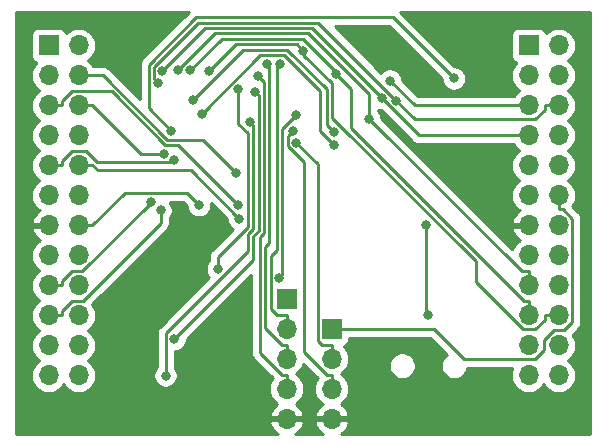
<source format=gbr>
G04 #@! TF.GenerationSoftware,KiCad,Pcbnew,(5.1.0)-1*
G04 #@! TF.CreationDate,2020-09-16T11:17:04+02:00*
G04 #@! TF.ProjectId,Nand Lite,4e616e64-204c-4697-9465-2e6b69636164,rev?*
G04 #@! TF.SameCoordinates,Original*
G04 #@! TF.FileFunction,Copper,L2,Bot*
G04 #@! TF.FilePolarity,Positive*
%FSLAX46Y46*%
G04 Gerber Fmt 4.6, Leading zero omitted, Abs format (unit mm)*
G04 Created by KiCad (PCBNEW (5.1.0)-1) date 2020-09-16 11:17:04*
%MOMM*%
%LPD*%
G04 APERTURE LIST*
%ADD10O,1.700000X1.700000*%
%ADD11R,1.700000X1.700000*%
%ADD12C,0.800000*%
%ADD13C,0.250000*%
%ADD14C,0.254000*%
G04 APERTURE END LIST*
D10*
X39146500Y-81628000D03*
X39146500Y-79088000D03*
X39146500Y-76548000D03*
X39146500Y-74008000D03*
D11*
X39146500Y-71468000D03*
D10*
X62180000Y-77940000D03*
X59640000Y-77940000D03*
X62180000Y-75400000D03*
X59640000Y-75400000D03*
X62180000Y-72860000D03*
X59640000Y-72860000D03*
X62180000Y-70320000D03*
X59640000Y-70320000D03*
X62180000Y-67780000D03*
X59640000Y-67780000D03*
X62180000Y-65240000D03*
X59640000Y-65240000D03*
X62180000Y-62700000D03*
X59640000Y-62700000D03*
X62180000Y-60160000D03*
X59640000Y-60160000D03*
X62180000Y-57620000D03*
X59640000Y-57620000D03*
X62180000Y-55080000D03*
X59640000Y-55080000D03*
X62180000Y-52540000D03*
X59640000Y-52540000D03*
X62180000Y-50000000D03*
D11*
X59640000Y-50000000D03*
D10*
X42961600Y-81633100D03*
X42961600Y-79093100D03*
X42961600Y-76553100D03*
D11*
X42961600Y-74013100D03*
D10*
X21540000Y-77940000D03*
X19000000Y-77940000D03*
X21540000Y-75400000D03*
X19000000Y-75400000D03*
X21540000Y-72860000D03*
X19000000Y-72860000D03*
X21540000Y-70320000D03*
X19000000Y-70320000D03*
X21540000Y-67780000D03*
X19000000Y-67780000D03*
X21540000Y-65240000D03*
X19000000Y-65240000D03*
X21540000Y-62700000D03*
X19000000Y-62700000D03*
X21540000Y-60160000D03*
X19000000Y-60160000D03*
X21540000Y-57620000D03*
X19000000Y-57620000D03*
X21540000Y-55080000D03*
X19000000Y-55080000D03*
X21540000Y-52540000D03*
X19000000Y-52540000D03*
X21540000Y-50000000D03*
D11*
X19000000Y-50000000D03*
D12*
X50976600Y-65171500D03*
X51132700Y-72830800D03*
X28488700Y-63969600D03*
X27677900Y-63242000D03*
X31717800Y-63521600D03*
X35129100Y-64665600D03*
X29648500Y-59741200D03*
X28774500Y-59172900D03*
X35065400Y-63545400D03*
X34903900Y-60811900D03*
X37483900Y-51583600D03*
X38611400Y-51585800D03*
X39663000Y-57241500D03*
X39979100Y-58249500D03*
X32623600Y-52146600D03*
X40572900Y-50498200D03*
X30986300Y-52126500D03*
X43346500Y-52458300D03*
X29965200Y-52121800D03*
X46112700Y-56199300D03*
X47193100Y-54469300D03*
X28641200Y-52172000D03*
X28233500Y-53204600D03*
X48424400Y-54674200D03*
X47901400Y-52992900D03*
X36051000Y-56466700D03*
X28907700Y-77958200D03*
X39990300Y-55888500D03*
X38541600Y-69736300D03*
X36505300Y-53941300D03*
X29644900Y-74865600D03*
X33328500Y-68928700D03*
X35071400Y-53720800D03*
X29365400Y-57250200D03*
X53310000Y-52803200D03*
X31248300Y-54617500D03*
X43135200Y-57326600D03*
X31965800Y-55793300D03*
X43190100Y-58465600D03*
X36765100Y-52584400D03*
D13*
X62180000Y-62700000D02*
X62180000Y-63875300D01*
X42961600Y-74013100D02*
X51595800Y-74013100D01*
X51595800Y-74013100D02*
X54158100Y-76575400D01*
X54158100Y-76575400D02*
X60165600Y-76575400D01*
X60165600Y-76575400D02*
X60943400Y-75797600D01*
X60943400Y-75797600D02*
X60943400Y-74952400D01*
X60943400Y-74952400D02*
X61765800Y-74130000D01*
X61765800Y-74130000D02*
X62660000Y-74130000D01*
X62660000Y-74130000D02*
X63355300Y-73434700D01*
X63355300Y-73434700D02*
X63355300Y-64683200D01*
X63355300Y-64683200D02*
X62547400Y-63875300D01*
X62547400Y-63875300D02*
X62180000Y-63875300D01*
X51132700Y-72830800D02*
X50976600Y-72674700D01*
X50976600Y-72674700D02*
X50976600Y-65171500D01*
X20175300Y-72860000D02*
X20175300Y-72492600D01*
X20175300Y-72492600D02*
X20983200Y-71684700D01*
X20983200Y-71684700D02*
X21876600Y-71684700D01*
X21876600Y-71684700D02*
X28488700Y-65072600D01*
X28488700Y-65072600D02*
X28488700Y-63969600D01*
X19000000Y-72860000D02*
X20175300Y-72860000D01*
X19000000Y-70320000D02*
X20175300Y-70320000D01*
X20175300Y-70320000D02*
X20175300Y-69952600D01*
X20175300Y-69952600D02*
X20983200Y-69144700D01*
X20983200Y-69144700D02*
X21848400Y-69144700D01*
X21848400Y-69144700D02*
X27677900Y-63315200D01*
X27677900Y-63315200D02*
X27677900Y-63242000D01*
X21540000Y-65240000D02*
X22715300Y-65240000D01*
X22715300Y-65240000D02*
X25438700Y-62516600D01*
X25438700Y-62516600D02*
X30712800Y-62516600D01*
X30712800Y-62516600D02*
X31717800Y-63521600D01*
X22715300Y-60160000D02*
X23149900Y-60594600D01*
X23149900Y-60594600D02*
X31058100Y-60594600D01*
X31058100Y-60594600D02*
X35129100Y-64665600D01*
X21540000Y-60160000D02*
X22715300Y-60160000D01*
X19000000Y-60160000D02*
X20175300Y-60160000D01*
X20175300Y-60160000D02*
X20175300Y-59792700D01*
X20175300Y-59792700D02*
X20988400Y-58979600D01*
X20988400Y-58979600D02*
X22171800Y-58979600D01*
X22171800Y-58979600D02*
X23090500Y-59898300D01*
X23090500Y-59898300D02*
X29491400Y-59898300D01*
X29491400Y-59898300D02*
X29648500Y-59741200D01*
X22715300Y-55080000D02*
X26808200Y-59172900D01*
X26808200Y-59172900D02*
X28774500Y-59172900D01*
X21540000Y-55080000D02*
X22715300Y-55080000D01*
X20175300Y-55080000D02*
X20175300Y-54712700D01*
X20175300Y-54712700D02*
X20993700Y-53894300D01*
X20993700Y-53894300D02*
X24346900Y-53894300D01*
X24346900Y-53894300D02*
X28878400Y-58425800D01*
X28878400Y-58425800D02*
X29945800Y-58425800D01*
X29945800Y-58425800D02*
X35065400Y-63545400D01*
X19000000Y-55080000D02*
X20175300Y-55080000D01*
X21540000Y-52540000D02*
X23629500Y-52540000D01*
X23629500Y-52540000D02*
X29065000Y-57975500D01*
X29065000Y-57975500D02*
X32067500Y-57975500D01*
X32067500Y-57975500D02*
X34903900Y-60811900D01*
X39146500Y-75372700D02*
X38779200Y-75372700D01*
X38779200Y-75372700D02*
X37362900Y-73956400D01*
X37362900Y-73956400D02*
X37362900Y-67040700D01*
X37362900Y-67040700D02*
X37700600Y-66703000D01*
X37700600Y-66703000D02*
X37700600Y-51800300D01*
X37700600Y-51800300D02*
X37483900Y-51583600D01*
X39146500Y-76548000D02*
X39146500Y-75372700D01*
X39146500Y-72832700D02*
X38338500Y-72832700D01*
X38338500Y-72832700D02*
X37813700Y-72307900D01*
X37813700Y-72307900D02*
X37813700Y-67863700D01*
X37813700Y-67863700D02*
X38353100Y-67324300D01*
X38353100Y-67324300D02*
X38353100Y-51844100D01*
X38353100Y-51844100D02*
X38611400Y-51585800D01*
X39146500Y-74008000D02*
X39146500Y-72832700D01*
X39663000Y-57241500D02*
X39253800Y-57650700D01*
X39253800Y-57650700D02*
X39253800Y-58549900D01*
X39253800Y-58549900D02*
X40609600Y-59905700D01*
X40609600Y-59905700D02*
X40609600Y-75933200D01*
X40609600Y-75933200D02*
X42594200Y-77917800D01*
X42594200Y-77917800D02*
X42961600Y-77917800D01*
X42961600Y-79093100D02*
X42961600Y-77917800D01*
X42961600Y-76553100D02*
X42961600Y-75377800D01*
X42961600Y-75377800D02*
X42153500Y-75377800D01*
X42153500Y-75377800D02*
X41786300Y-75010600D01*
X41786300Y-75010600D02*
X41786300Y-60056700D01*
X41786300Y-60056700D02*
X39979100Y-58249500D01*
X32623600Y-52146600D02*
X34849400Y-49920800D01*
X34849400Y-49920800D02*
X39995500Y-49920800D01*
X39995500Y-49920800D02*
X40572900Y-50498200D01*
X61004700Y-72860000D02*
X61004700Y-73227300D01*
X61004700Y-73227300D02*
X60181400Y-74050600D01*
X60181400Y-74050600D02*
X59153600Y-74050600D01*
X59153600Y-74050600D02*
X55147300Y-70044300D01*
X55147300Y-70044300D02*
X55147300Y-68292900D01*
X55147300Y-68292900D02*
X43003600Y-56149200D01*
X43003600Y-56149200D02*
X43003600Y-53211000D01*
X43003600Y-53211000D02*
X40572900Y-50780300D01*
X40572900Y-50780300D02*
X40572900Y-50498200D01*
X62180000Y-72860000D02*
X61004700Y-72860000D01*
X43346500Y-52458300D02*
X43346500Y-52240300D01*
X43346500Y-52240300D02*
X40546900Y-49440700D01*
X40546900Y-49440700D02*
X33672100Y-49440700D01*
X33672100Y-49440700D02*
X30986300Y-52126500D01*
X59640000Y-71684700D02*
X59272600Y-71684700D01*
X59272600Y-71684700D02*
X44625200Y-57037300D01*
X44625200Y-57037300D02*
X44625200Y-53737000D01*
X44625200Y-53737000D02*
X43346500Y-52458300D01*
X59640000Y-72860000D02*
X59640000Y-71684700D01*
X29965200Y-52121800D02*
X33096600Y-48990400D01*
X33096600Y-48990400D02*
X40951500Y-48990400D01*
X40951500Y-48990400D02*
X46112700Y-54151600D01*
X46112700Y-54151600D02*
X46112700Y-56199300D01*
X59640000Y-69144700D02*
X59058100Y-69144700D01*
X59058100Y-69144700D02*
X46112700Y-56199300D01*
X59640000Y-70320000D02*
X59640000Y-69144700D01*
X28641200Y-52172000D02*
X32273100Y-48540100D01*
X32273100Y-48540100D02*
X41263900Y-48540100D01*
X41263900Y-48540100D02*
X47193100Y-54469300D01*
X58464700Y-57620000D02*
X50343800Y-57620000D01*
X50343800Y-57620000D02*
X47193100Y-54469300D01*
X59640000Y-57620000D02*
X58464700Y-57620000D01*
X48424400Y-54674200D02*
X41829000Y-48078800D01*
X41829000Y-48078800D02*
X31692000Y-48078800D01*
X31692000Y-48078800D02*
X27913100Y-51857700D01*
X27913100Y-51857700D02*
X27913100Y-52884200D01*
X27913100Y-52884200D02*
X28233500Y-53204600D01*
X61004700Y-55080000D02*
X61004700Y-55447300D01*
X61004700Y-55447300D02*
X60186200Y-56265800D01*
X60186200Y-56265800D02*
X50016000Y-56265800D01*
X50016000Y-56265800D02*
X48424400Y-54674200D01*
X62180000Y-55080000D02*
X61004700Y-55080000D01*
X59640000Y-55080000D02*
X58464700Y-55080000D01*
X58464700Y-55080000D02*
X49988500Y-55080000D01*
X49988500Y-55080000D02*
X47901400Y-52992900D01*
X36051000Y-56466700D02*
X36326800Y-56742500D01*
X36326800Y-56742500D02*
X36326800Y-65529200D01*
X36326800Y-65529200D02*
X35899300Y-65956700D01*
X35899300Y-65956700D02*
X35899300Y-67383700D01*
X35899300Y-67383700D02*
X28907700Y-74375300D01*
X28907700Y-74375300D02*
X28907700Y-77958200D01*
X39990300Y-55888500D02*
X38803500Y-57075300D01*
X38803500Y-57075300D02*
X38803500Y-69474400D01*
X38803500Y-69474400D02*
X38541600Y-69736300D01*
X36505300Y-53941300D02*
X36777100Y-54213100D01*
X36777100Y-54213100D02*
X36777100Y-65715800D01*
X36777100Y-65715800D02*
X36349600Y-66143300D01*
X36349600Y-66143300D02*
X36349600Y-68160900D01*
X36349600Y-68160900D02*
X29644900Y-74865600D01*
X33328500Y-68928700D02*
X33328500Y-67890600D01*
X33328500Y-67890600D02*
X35876400Y-65342700D01*
X35876400Y-65342700D02*
X35876400Y-57439200D01*
X35876400Y-57439200D02*
X35071400Y-56634200D01*
X35071400Y-56634200D02*
X35071400Y-53720800D01*
X53310000Y-52803200D02*
X48135300Y-47628500D01*
X48135300Y-47628500D02*
X31505400Y-47628500D01*
X31505400Y-47628500D02*
X27462800Y-51671100D01*
X27462800Y-51671100D02*
X27462800Y-55347600D01*
X27462800Y-55347600D02*
X29365400Y-57250200D01*
X43135200Y-57326600D02*
X42553200Y-56744600D01*
X42553200Y-56744600D02*
X42553200Y-53720300D01*
X42553200Y-53720300D02*
X39204000Y-50371100D01*
X39204000Y-50371100D02*
X35494700Y-50371100D01*
X35494700Y-50371100D02*
X31248300Y-54617500D01*
X43190100Y-58465600D02*
X41943900Y-57219400D01*
X41943900Y-57219400D02*
X41943900Y-53835200D01*
X41943900Y-53835200D02*
X38930200Y-50821500D01*
X38930200Y-50821500D02*
X36937600Y-50821500D01*
X36937600Y-50821500D02*
X31965800Y-55793300D01*
X36765100Y-52584400D02*
X37250200Y-53069500D01*
X37250200Y-53069500D02*
X37250200Y-65879600D01*
X37250200Y-65879600D02*
X36912500Y-66217300D01*
X36912500Y-66217300D02*
X36912500Y-76046000D01*
X36912500Y-76046000D02*
X38779200Y-77912700D01*
X38779200Y-77912700D02*
X39146500Y-77912700D01*
X39146500Y-79088000D02*
X39146500Y-77912700D01*
D14*
G36*
X26951803Y-51107296D02*
G01*
X26922799Y-51131099D01*
X26894710Y-51165326D01*
X26827826Y-51246824D01*
X26763022Y-51368063D01*
X26757254Y-51378854D01*
X26713797Y-51522115D01*
X26702800Y-51633768D01*
X26702800Y-51633778D01*
X26699124Y-51671100D01*
X26702800Y-51708423D01*
X26702801Y-54538499D01*
X24193304Y-52029003D01*
X24169501Y-51999999D01*
X24053776Y-51905026D01*
X23921747Y-51834454D01*
X23778486Y-51790997D01*
X23666833Y-51780000D01*
X23666822Y-51780000D01*
X23629500Y-51776324D01*
X23592178Y-51780000D01*
X22817595Y-51780000D01*
X22780706Y-51710986D01*
X22595134Y-51484866D01*
X22369014Y-51299294D01*
X22314209Y-51270000D01*
X22369014Y-51240706D01*
X22595134Y-51055134D01*
X22780706Y-50829014D01*
X22918599Y-50571034D01*
X23003513Y-50291111D01*
X23032185Y-50000000D01*
X23003513Y-49708889D01*
X22918599Y-49428966D01*
X22780706Y-49170986D01*
X22595134Y-48944866D01*
X22369014Y-48759294D01*
X22111034Y-48621401D01*
X21831111Y-48536487D01*
X21612950Y-48515000D01*
X21467050Y-48515000D01*
X21248889Y-48536487D01*
X20968966Y-48621401D01*
X20710986Y-48759294D01*
X20484866Y-48944866D01*
X20460393Y-48974687D01*
X20439502Y-48905820D01*
X20380537Y-48795506D01*
X20301185Y-48698815D01*
X20204494Y-48619463D01*
X20094180Y-48560498D01*
X19974482Y-48524188D01*
X19850000Y-48511928D01*
X18150000Y-48511928D01*
X18025518Y-48524188D01*
X17905820Y-48560498D01*
X17795506Y-48619463D01*
X17698815Y-48698815D01*
X17619463Y-48795506D01*
X17560498Y-48905820D01*
X17524188Y-49025518D01*
X17511928Y-49150000D01*
X17511928Y-50850000D01*
X17524188Y-50974482D01*
X17560498Y-51094180D01*
X17619463Y-51204494D01*
X17698815Y-51301185D01*
X17795506Y-51380537D01*
X17905820Y-51439502D01*
X17974687Y-51460393D01*
X17944866Y-51484866D01*
X17759294Y-51710986D01*
X17621401Y-51968966D01*
X17536487Y-52248889D01*
X17507815Y-52540000D01*
X17536487Y-52831111D01*
X17621401Y-53111034D01*
X17759294Y-53369014D01*
X17944866Y-53595134D01*
X18170986Y-53780706D01*
X18225791Y-53810000D01*
X18170986Y-53839294D01*
X17944866Y-54024866D01*
X17759294Y-54250986D01*
X17621401Y-54508966D01*
X17536487Y-54788889D01*
X17507815Y-55080000D01*
X17536487Y-55371111D01*
X17621401Y-55651034D01*
X17759294Y-55909014D01*
X17944866Y-56135134D01*
X18170986Y-56320706D01*
X18225791Y-56350000D01*
X18170986Y-56379294D01*
X17944866Y-56564866D01*
X17759294Y-56790986D01*
X17621401Y-57048966D01*
X17536487Y-57328889D01*
X17507815Y-57620000D01*
X17536487Y-57911111D01*
X17621401Y-58191034D01*
X17759294Y-58449014D01*
X17944866Y-58675134D01*
X18170986Y-58860706D01*
X18225791Y-58890000D01*
X18170986Y-58919294D01*
X17944866Y-59104866D01*
X17759294Y-59330986D01*
X17621401Y-59588966D01*
X17536487Y-59868889D01*
X17507815Y-60160000D01*
X17536487Y-60451111D01*
X17621401Y-60731034D01*
X17759294Y-60989014D01*
X17944866Y-61215134D01*
X18170986Y-61400706D01*
X18225791Y-61430000D01*
X18170986Y-61459294D01*
X17944866Y-61644866D01*
X17759294Y-61870986D01*
X17621401Y-62128966D01*
X17536487Y-62408889D01*
X17507815Y-62700000D01*
X17536487Y-62991111D01*
X17621401Y-63271034D01*
X17759294Y-63529014D01*
X17944866Y-63755134D01*
X18170986Y-63940706D01*
X18235523Y-63975201D01*
X18118645Y-64044822D01*
X17902412Y-64239731D01*
X17728359Y-64473080D01*
X17603175Y-64735901D01*
X17558524Y-64883110D01*
X17679845Y-65113000D01*
X18873000Y-65113000D01*
X18873000Y-65093000D01*
X19127000Y-65093000D01*
X19127000Y-65113000D01*
X19147000Y-65113000D01*
X19147000Y-65367000D01*
X19127000Y-65367000D01*
X19127000Y-65387000D01*
X18873000Y-65387000D01*
X18873000Y-65367000D01*
X17679845Y-65367000D01*
X17558524Y-65596890D01*
X17603175Y-65744099D01*
X17728359Y-66006920D01*
X17902412Y-66240269D01*
X18118645Y-66435178D01*
X18235523Y-66504799D01*
X18170986Y-66539294D01*
X17944866Y-66724866D01*
X17759294Y-66950986D01*
X17621401Y-67208966D01*
X17536487Y-67488889D01*
X17507815Y-67780000D01*
X17536487Y-68071111D01*
X17621401Y-68351034D01*
X17759294Y-68609014D01*
X17944866Y-68835134D01*
X18170986Y-69020706D01*
X18225791Y-69050000D01*
X18170986Y-69079294D01*
X17944866Y-69264866D01*
X17759294Y-69490986D01*
X17621401Y-69748966D01*
X17536487Y-70028889D01*
X17507815Y-70320000D01*
X17536487Y-70611111D01*
X17621401Y-70891034D01*
X17759294Y-71149014D01*
X17944866Y-71375134D01*
X18170986Y-71560706D01*
X18225791Y-71590000D01*
X18170986Y-71619294D01*
X17944866Y-71804866D01*
X17759294Y-72030986D01*
X17621401Y-72288966D01*
X17536487Y-72568889D01*
X17507815Y-72860000D01*
X17536487Y-73151111D01*
X17621401Y-73431034D01*
X17759294Y-73689014D01*
X17944866Y-73915134D01*
X18170986Y-74100706D01*
X18225791Y-74130000D01*
X18170986Y-74159294D01*
X17944866Y-74344866D01*
X17759294Y-74570986D01*
X17621401Y-74828966D01*
X17536487Y-75108889D01*
X17507815Y-75400000D01*
X17536487Y-75691111D01*
X17621401Y-75971034D01*
X17759294Y-76229014D01*
X17944866Y-76455134D01*
X18170986Y-76640706D01*
X18225791Y-76670000D01*
X18170986Y-76699294D01*
X17944866Y-76884866D01*
X17759294Y-77110986D01*
X17621401Y-77368966D01*
X17536487Y-77648889D01*
X17507815Y-77940000D01*
X17536487Y-78231111D01*
X17621401Y-78511034D01*
X17759294Y-78769014D01*
X17944866Y-78995134D01*
X18170986Y-79180706D01*
X18428966Y-79318599D01*
X18708889Y-79403513D01*
X18927050Y-79425000D01*
X19072950Y-79425000D01*
X19291111Y-79403513D01*
X19571034Y-79318599D01*
X19829014Y-79180706D01*
X20055134Y-78995134D01*
X20240706Y-78769014D01*
X20270000Y-78714209D01*
X20299294Y-78769014D01*
X20484866Y-78995134D01*
X20710986Y-79180706D01*
X20968966Y-79318599D01*
X21248889Y-79403513D01*
X21467050Y-79425000D01*
X21612950Y-79425000D01*
X21831111Y-79403513D01*
X22111034Y-79318599D01*
X22369014Y-79180706D01*
X22595134Y-78995134D01*
X22780706Y-78769014D01*
X22918599Y-78511034D01*
X23003513Y-78231111D01*
X23032185Y-77940000D01*
X23003513Y-77648889D01*
X22918599Y-77368966D01*
X22780706Y-77110986D01*
X22595134Y-76884866D01*
X22369014Y-76699294D01*
X22314209Y-76670000D01*
X22369014Y-76640706D01*
X22595134Y-76455134D01*
X22780706Y-76229014D01*
X22918599Y-75971034D01*
X23003513Y-75691111D01*
X23032185Y-75400000D01*
X23003513Y-75108889D01*
X22918599Y-74828966D01*
X22780706Y-74570986D01*
X22595134Y-74344866D01*
X22369014Y-74159294D01*
X22314209Y-74130000D01*
X22369014Y-74100706D01*
X22595134Y-73915134D01*
X22780706Y-73689014D01*
X22918599Y-73431034D01*
X23003513Y-73151111D01*
X23032185Y-72860000D01*
X23003513Y-72568889D01*
X22918599Y-72288966D01*
X22780706Y-72030986D01*
X22701558Y-71934543D01*
X28999709Y-65636394D01*
X29028701Y-65612601D01*
X29052495Y-65583608D01*
X29052499Y-65583604D01*
X29123673Y-65496877D01*
X29123674Y-65496876D01*
X29194246Y-65364847D01*
X29237703Y-65221586D01*
X29248700Y-65109933D01*
X29248700Y-65109924D01*
X29252376Y-65072601D01*
X29248700Y-65035278D01*
X29248700Y-64673311D01*
X29292637Y-64629374D01*
X29405905Y-64459856D01*
X29483926Y-64271498D01*
X29523700Y-64071539D01*
X29523700Y-63867661D01*
X29483926Y-63667702D01*
X29405905Y-63479344D01*
X29292637Y-63309826D01*
X29259411Y-63276600D01*
X30397999Y-63276600D01*
X30682800Y-63561402D01*
X30682800Y-63623539D01*
X30722574Y-63823498D01*
X30800595Y-64011856D01*
X30913863Y-64181374D01*
X31058026Y-64325537D01*
X31227544Y-64438805D01*
X31415902Y-64516826D01*
X31615861Y-64556600D01*
X31819739Y-64556600D01*
X32019698Y-64516826D01*
X32208056Y-64438805D01*
X32377574Y-64325537D01*
X32521737Y-64181374D01*
X32635005Y-64011856D01*
X32713026Y-63823498D01*
X32752800Y-63623539D01*
X32752800Y-63419661D01*
X32739005Y-63350307D01*
X34094100Y-64705403D01*
X34094100Y-64767539D01*
X34133874Y-64967498D01*
X34211895Y-65155856D01*
X34325163Y-65325374D01*
X34469326Y-65469537D01*
X34592476Y-65551823D01*
X32817498Y-67326801D01*
X32788500Y-67350599D01*
X32764702Y-67379597D01*
X32764701Y-67379598D01*
X32693526Y-67466324D01*
X32622954Y-67598354D01*
X32592680Y-67698158D01*
X32579498Y-67741614D01*
X32570270Y-67835303D01*
X32564824Y-67890600D01*
X32568501Y-67927932D01*
X32568501Y-68224988D01*
X32524563Y-68268926D01*
X32411295Y-68438444D01*
X32333274Y-68626802D01*
X32293500Y-68826761D01*
X32293500Y-69030639D01*
X32333274Y-69230598D01*
X32411295Y-69418956D01*
X32524563Y-69588474D01*
X32572144Y-69636055D01*
X28396703Y-73811496D01*
X28367699Y-73835299D01*
X28342668Y-73865800D01*
X28272726Y-73951024D01*
X28219501Y-74050600D01*
X28202154Y-74083054D01*
X28158697Y-74226315D01*
X28147700Y-74337968D01*
X28147700Y-74337978D01*
X28144024Y-74375300D01*
X28147700Y-74412623D01*
X28147701Y-77254488D01*
X28103763Y-77298426D01*
X27990495Y-77467944D01*
X27912474Y-77656302D01*
X27872700Y-77856261D01*
X27872700Y-78060139D01*
X27912474Y-78260098D01*
X27990495Y-78448456D01*
X28103763Y-78617974D01*
X28247926Y-78762137D01*
X28417444Y-78875405D01*
X28605802Y-78953426D01*
X28805761Y-78993200D01*
X29009639Y-78993200D01*
X29209598Y-78953426D01*
X29397956Y-78875405D01*
X29567474Y-78762137D01*
X29711637Y-78617974D01*
X29824905Y-78448456D01*
X29902926Y-78260098D01*
X29942700Y-78060139D01*
X29942700Y-77856261D01*
X29902926Y-77656302D01*
X29824905Y-77467944D01*
X29711637Y-77298426D01*
X29667700Y-77254489D01*
X29667700Y-75900600D01*
X29746839Y-75900600D01*
X29946798Y-75860826D01*
X30135156Y-75782805D01*
X30304674Y-75669537D01*
X30448837Y-75525374D01*
X30562105Y-75355856D01*
X30640126Y-75167498D01*
X30679900Y-74967539D01*
X30679900Y-74905401D01*
X36152500Y-69432802D01*
X36152501Y-76008668D01*
X36148824Y-76046000D01*
X36152501Y-76083333D01*
X36156783Y-76126803D01*
X36163498Y-76194985D01*
X36206954Y-76338246D01*
X36277526Y-76470276D01*
X36340167Y-76546603D01*
X36372500Y-76586001D01*
X36401498Y-76609799D01*
X37971104Y-78179406D01*
X37905794Y-78258986D01*
X37767901Y-78516966D01*
X37682987Y-78796889D01*
X37654315Y-79088000D01*
X37682987Y-79379111D01*
X37767901Y-79659034D01*
X37905794Y-79917014D01*
X38091366Y-80143134D01*
X38317486Y-80328706D01*
X38382023Y-80363201D01*
X38265145Y-80432822D01*
X38048912Y-80627731D01*
X37874859Y-80861080D01*
X37749675Y-81123901D01*
X37705024Y-81271110D01*
X37826345Y-81501000D01*
X39019500Y-81501000D01*
X39019500Y-81481000D01*
X39273500Y-81481000D01*
X39273500Y-81501000D01*
X40466655Y-81501000D01*
X40587976Y-81271110D01*
X40543325Y-81123901D01*
X40418141Y-80861080D01*
X40244088Y-80627731D01*
X40027855Y-80432822D01*
X39910977Y-80363201D01*
X39975514Y-80328706D01*
X40201634Y-80143134D01*
X40387206Y-79917014D01*
X40525099Y-79659034D01*
X40610013Y-79379111D01*
X40638685Y-79088000D01*
X40610013Y-78796889D01*
X40525099Y-78516966D01*
X40387206Y-78258986D01*
X40201634Y-78032866D01*
X39975514Y-77847294D01*
X39920709Y-77818000D01*
X39975514Y-77788706D01*
X40201634Y-77603134D01*
X40387206Y-77377014D01*
X40525099Y-77119034D01*
X40570609Y-76969010D01*
X41786159Y-78184561D01*
X41720894Y-78264086D01*
X41583001Y-78522066D01*
X41498087Y-78801989D01*
X41469415Y-79093100D01*
X41498087Y-79384211D01*
X41583001Y-79664134D01*
X41720894Y-79922114D01*
X41906466Y-80148234D01*
X42132586Y-80333806D01*
X42197123Y-80368301D01*
X42080245Y-80437922D01*
X41864012Y-80632831D01*
X41689959Y-80866180D01*
X41564775Y-81129001D01*
X41520124Y-81276210D01*
X41641445Y-81506100D01*
X42834600Y-81506100D01*
X42834600Y-81486100D01*
X43088600Y-81486100D01*
X43088600Y-81506100D01*
X44281755Y-81506100D01*
X44403076Y-81276210D01*
X44358425Y-81129001D01*
X44233241Y-80866180D01*
X44059188Y-80632831D01*
X43842955Y-80437922D01*
X43726077Y-80368301D01*
X43790614Y-80333806D01*
X44016734Y-80148234D01*
X44202306Y-79922114D01*
X44340199Y-79664134D01*
X44425113Y-79384211D01*
X44453785Y-79093100D01*
X44425113Y-78801989D01*
X44340199Y-78522066D01*
X44202306Y-78264086D01*
X44016734Y-78037966D01*
X43790614Y-77852394D01*
X43735809Y-77823100D01*
X43790614Y-77793806D01*
X44016734Y-77608234D01*
X44202306Y-77382114D01*
X44340199Y-77124134D01*
X44369357Y-77028012D01*
X47797700Y-77028012D01*
X47797700Y-77251588D01*
X47841317Y-77470867D01*
X47926876Y-77677424D01*
X48051088Y-77863320D01*
X48209180Y-78021412D01*
X48395076Y-78145624D01*
X48601633Y-78231183D01*
X48820912Y-78274800D01*
X49044488Y-78274800D01*
X49263767Y-78231183D01*
X49470324Y-78145624D01*
X49656220Y-78021412D01*
X49814312Y-77863320D01*
X49938524Y-77677424D01*
X50024083Y-77470867D01*
X50067700Y-77251588D01*
X50067700Y-77028012D01*
X50024083Y-76808733D01*
X49938524Y-76602176D01*
X49814312Y-76416280D01*
X49656220Y-76258188D01*
X49470324Y-76133976D01*
X49263767Y-76048417D01*
X49044488Y-76004800D01*
X48820912Y-76004800D01*
X48601633Y-76048417D01*
X48395076Y-76133976D01*
X48209180Y-76258188D01*
X48051088Y-76416280D01*
X47926876Y-76602176D01*
X47841317Y-76808733D01*
X47797700Y-77028012D01*
X44369357Y-77028012D01*
X44425113Y-76844211D01*
X44453785Y-76553100D01*
X44425113Y-76261989D01*
X44340199Y-75982066D01*
X44202306Y-75724086D01*
X44016734Y-75497966D01*
X43986913Y-75473493D01*
X44055780Y-75452602D01*
X44166094Y-75393637D01*
X44262785Y-75314285D01*
X44342137Y-75217594D01*
X44401102Y-75107280D01*
X44437412Y-74987582D01*
X44449672Y-74863100D01*
X44449672Y-74773100D01*
X51280999Y-74773100D01*
X52703238Y-76195340D01*
X52609180Y-76258188D01*
X52451088Y-76416280D01*
X52326876Y-76602176D01*
X52241317Y-76808733D01*
X52197700Y-77028012D01*
X52197700Y-77251588D01*
X52241317Y-77470867D01*
X52326876Y-77677424D01*
X52451088Y-77863320D01*
X52609180Y-78021412D01*
X52795076Y-78145624D01*
X53001633Y-78231183D01*
X53220912Y-78274800D01*
X53444488Y-78274800D01*
X53663767Y-78231183D01*
X53870324Y-78145624D01*
X54056220Y-78021412D01*
X54214312Y-77863320D01*
X54338524Y-77677424D01*
X54424083Y-77470867D01*
X54451029Y-77335400D01*
X58279342Y-77335400D01*
X58261401Y-77368966D01*
X58176487Y-77648889D01*
X58147815Y-77940000D01*
X58176487Y-78231111D01*
X58261401Y-78511034D01*
X58399294Y-78769014D01*
X58584866Y-78995134D01*
X58810986Y-79180706D01*
X59068966Y-79318599D01*
X59348889Y-79403513D01*
X59567050Y-79425000D01*
X59712950Y-79425000D01*
X59931111Y-79403513D01*
X60211034Y-79318599D01*
X60469014Y-79180706D01*
X60695134Y-78995134D01*
X60880706Y-78769014D01*
X60910000Y-78714209D01*
X60939294Y-78769014D01*
X61124866Y-78995134D01*
X61350986Y-79180706D01*
X61608966Y-79318599D01*
X61888889Y-79403513D01*
X62107050Y-79425000D01*
X62252950Y-79425000D01*
X62471111Y-79403513D01*
X62751034Y-79318599D01*
X63009014Y-79180706D01*
X63235134Y-78995134D01*
X63420706Y-78769014D01*
X63558599Y-78511034D01*
X63643513Y-78231111D01*
X63672185Y-77940000D01*
X63643513Y-77648889D01*
X63558599Y-77368966D01*
X63420706Y-77110986D01*
X63235134Y-76884866D01*
X63009014Y-76699294D01*
X62954209Y-76670000D01*
X63009014Y-76640706D01*
X63235134Y-76455134D01*
X63420706Y-76229014D01*
X63558599Y-75971034D01*
X63643513Y-75691111D01*
X63672185Y-75400000D01*
X63643513Y-75108889D01*
X63558599Y-74828966D01*
X63420706Y-74570986D01*
X63363509Y-74501292D01*
X63866304Y-73998498D01*
X63895301Y-73974701D01*
X63990274Y-73858976D01*
X64060846Y-73726947D01*
X64104303Y-73583686D01*
X64115300Y-73472033D01*
X64115300Y-73472025D01*
X64118976Y-73434700D01*
X64115300Y-73397375D01*
X64115300Y-64720522D01*
X64118976Y-64683199D01*
X64115300Y-64645876D01*
X64115300Y-64645867D01*
X64104303Y-64534214D01*
X64060846Y-64390953D01*
X64058360Y-64386302D01*
X63990274Y-64258923D01*
X63919099Y-64172197D01*
X63895301Y-64143199D01*
X63866302Y-64119401D01*
X63355441Y-63608540D01*
X63420706Y-63529014D01*
X63558599Y-63271034D01*
X63643513Y-62991111D01*
X63672185Y-62700000D01*
X63643513Y-62408889D01*
X63558599Y-62128966D01*
X63420706Y-61870986D01*
X63235134Y-61644866D01*
X63009014Y-61459294D01*
X62954209Y-61430000D01*
X63009014Y-61400706D01*
X63235134Y-61215134D01*
X63420706Y-60989014D01*
X63558599Y-60731034D01*
X63643513Y-60451111D01*
X63672185Y-60160000D01*
X63643513Y-59868889D01*
X63558599Y-59588966D01*
X63420706Y-59330986D01*
X63235134Y-59104866D01*
X63009014Y-58919294D01*
X62954209Y-58890000D01*
X63009014Y-58860706D01*
X63235134Y-58675134D01*
X63420706Y-58449014D01*
X63558599Y-58191034D01*
X63643513Y-57911111D01*
X63672185Y-57620000D01*
X63643513Y-57328889D01*
X63558599Y-57048966D01*
X63420706Y-56790986D01*
X63235134Y-56564866D01*
X63009014Y-56379294D01*
X62954209Y-56350000D01*
X63009014Y-56320706D01*
X63235134Y-56135134D01*
X63420706Y-55909014D01*
X63558599Y-55651034D01*
X63643513Y-55371111D01*
X63672185Y-55080000D01*
X63643513Y-54788889D01*
X63558599Y-54508966D01*
X63420706Y-54250986D01*
X63235134Y-54024866D01*
X63009014Y-53839294D01*
X62954209Y-53810000D01*
X63009014Y-53780706D01*
X63235134Y-53595134D01*
X63420706Y-53369014D01*
X63558599Y-53111034D01*
X63643513Y-52831111D01*
X63672185Y-52540000D01*
X63643513Y-52248889D01*
X63558599Y-51968966D01*
X63420706Y-51710986D01*
X63235134Y-51484866D01*
X63009014Y-51299294D01*
X62954209Y-51270000D01*
X63009014Y-51240706D01*
X63235134Y-51055134D01*
X63420706Y-50829014D01*
X63558599Y-50571034D01*
X63643513Y-50291111D01*
X63672185Y-50000000D01*
X63643513Y-49708889D01*
X63558599Y-49428966D01*
X63420706Y-49170986D01*
X63235134Y-48944866D01*
X63009014Y-48759294D01*
X62751034Y-48621401D01*
X62471111Y-48536487D01*
X62252950Y-48515000D01*
X62107050Y-48515000D01*
X61888889Y-48536487D01*
X61608966Y-48621401D01*
X61350986Y-48759294D01*
X61124866Y-48944866D01*
X61100393Y-48974687D01*
X61079502Y-48905820D01*
X61020537Y-48795506D01*
X60941185Y-48698815D01*
X60844494Y-48619463D01*
X60734180Y-48560498D01*
X60614482Y-48524188D01*
X60490000Y-48511928D01*
X58790000Y-48511928D01*
X58665518Y-48524188D01*
X58545820Y-48560498D01*
X58435506Y-48619463D01*
X58338815Y-48698815D01*
X58259463Y-48795506D01*
X58200498Y-48905820D01*
X58164188Y-49025518D01*
X58151928Y-49150000D01*
X58151928Y-50850000D01*
X58164188Y-50974482D01*
X58200498Y-51094180D01*
X58259463Y-51204494D01*
X58338815Y-51301185D01*
X58435506Y-51380537D01*
X58545820Y-51439502D01*
X58614687Y-51460393D01*
X58584866Y-51484866D01*
X58399294Y-51710986D01*
X58261401Y-51968966D01*
X58176487Y-52248889D01*
X58147815Y-52540000D01*
X58176487Y-52831111D01*
X58261401Y-53111034D01*
X58399294Y-53369014D01*
X58584866Y-53595134D01*
X58810986Y-53780706D01*
X58865791Y-53810000D01*
X58810986Y-53839294D01*
X58584866Y-54024866D01*
X58399294Y-54250986D01*
X58362405Y-54320000D01*
X50303302Y-54320000D01*
X48936400Y-52953099D01*
X48936400Y-52890961D01*
X48896626Y-52691002D01*
X48818605Y-52502644D01*
X48705337Y-52333126D01*
X48561174Y-52188963D01*
X48391656Y-52075695D01*
X48203298Y-51997674D01*
X48003339Y-51957900D01*
X47799461Y-51957900D01*
X47599502Y-51997674D01*
X47411144Y-52075695D01*
X47241626Y-52188963D01*
X47127795Y-52302794D01*
X43213501Y-48388500D01*
X47820499Y-48388500D01*
X52275000Y-52843002D01*
X52275000Y-52905139D01*
X52314774Y-53105098D01*
X52392795Y-53293456D01*
X52506063Y-53462974D01*
X52650226Y-53607137D01*
X52819744Y-53720405D01*
X53008102Y-53798426D01*
X53208061Y-53838200D01*
X53411939Y-53838200D01*
X53611898Y-53798426D01*
X53800256Y-53720405D01*
X53969774Y-53607137D01*
X54113937Y-53462974D01*
X54227205Y-53293456D01*
X54305226Y-53105098D01*
X54345000Y-52905139D01*
X54345000Y-52701261D01*
X54305226Y-52501302D01*
X54227205Y-52312944D01*
X54113937Y-52143426D01*
X53969774Y-51999263D01*
X53800256Y-51885995D01*
X53611898Y-51807974D01*
X53411939Y-51768200D01*
X53349802Y-51768200D01*
X48743521Y-47161920D01*
X64867420Y-47161920D01*
X64867421Y-82896240D01*
X43728862Y-82896240D01*
X43842955Y-82828278D01*
X44059188Y-82633369D01*
X44233241Y-82400020D01*
X44358425Y-82137199D01*
X44403076Y-81989990D01*
X44281755Y-81760100D01*
X43088600Y-81760100D01*
X43088600Y-81780100D01*
X42834600Y-81780100D01*
X42834600Y-81760100D01*
X41641445Y-81760100D01*
X41520124Y-81989990D01*
X41564775Y-82137199D01*
X41689959Y-82400020D01*
X41864012Y-82633369D01*
X42080245Y-82828278D01*
X42194338Y-82896240D01*
X39905200Y-82896240D01*
X40027855Y-82823178D01*
X40244088Y-82628269D01*
X40418141Y-82394920D01*
X40543325Y-82132099D01*
X40587976Y-81984890D01*
X40466655Y-81755000D01*
X39273500Y-81755000D01*
X39273500Y-81775000D01*
X39019500Y-81775000D01*
X39019500Y-81755000D01*
X37826345Y-81755000D01*
X37705024Y-81984890D01*
X37749675Y-82132099D01*
X37874859Y-82394920D01*
X38048912Y-82628269D01*
X38265145Y-82823178D01*
X38387800Y-82896240D01*
X16237420Y-82896240D01*
X16237420Y-47161920D01*
X30897178Y-47161920D01*
X26951803Y-51107296D01*
X26951803Y-51107296D01*
G37*
X26951803Y-51107296D02*
X26922799Y-51131099D01*
X26894710Y-51165326D01*
X26827826Y-51246824D01*
X26763022Y-51368063D01*
X26757254Y-51378854D01*
X26713797Y-51522115D01*
X26702800Y-51633768D01*
X26702800Y-51633778D01*
X26699124Y-51671100D01*
X26702800Y-51708423D01*
X26702801Y-54538499D01*
X24193304Y-52029003D01*
X24169501Y-51999999D01*
X24053776Y-51905026D01*
X23921747Y-51834454D01*
X23778486Y-51790997D01*
X23666833Y-51780000D01*
X23666822Y-51780000D01*
X23629500Y-51776324D01*
X23592178Y-51780000D01*
X22817595Y-51780000D01*
X22780706Y-51710986D01*
X22595134Y-51484866D01*
X22369014Y-51299294D01*
X22314209Y-51270000D01*
X22369014Y-51240706D01*
X22595134Y-51055134D01*
X22780706Y-50829014D01*
X22918599Y-50571034D01*
X23003513Y-50291111D01*
X23032185Y-50000000D01*
X23003513Y-49708889D01*
X22918599Y-49428966D01*
X22780706Y-49170986D01*
X22595134Y-48944866D01*
X22369014Y-48759294D01*
X22111034Y-48621401D01*
X21831111Y-48536487D01*
X21612950Y-48515000D01*
X21467050Y-48515000D01*
X21248889Y-48536487D01*
X20968966Y-48621401D01*
X20710986Y-48759294D01*
X20484866Y-48944866D01*
X20460393Y-48974687D01*
X20439502Y-48905820D01*
X20380537Y-48795506D01*
X20301185Y-48698815D01*
X20204494Y-48619463D01*
X20094180Y-48560498D01*
X19974482Y-48524188D01*
X19850000Y-48511928D01*
X18150000Y-48511928D01*
X18025518Y-48524188D01*
X17905820Y-48560498D01*
X17795506Y-48619463D01*
X17698815Y-48698815D01*
X17619463Y-48795506D01*
X17560498Y-48905820D01*
X17524188Y-49025518D01*
X17511928Y-49150000D01*
X17511928Y-50850000D01*
X17524188Y-50974482D01*
X17560498Y-51094180D01*
X17619463Y-51204494D01*
X17698815Y-51301185D01*
X17795506Y-51380537D01*
X17905820Y-51439502D01*
X17974687Y-51460393D01*
X17944866Y-51484866D01*
X17759294Y-51710986D01*
X17621401Y-51968966D01*
X17536487Y-52248889D01*
X17507815Y-52540000D01*
X17536487Y-52831111D01*
X17621401Y-53111034D01*
X17759294Y-53369014D01*
X17944866Y-53595134D01*
X18170986Y-53780706D01*
X18225791Y-53810000D01*
X18170986Y-53839294D01*
X17944866Y-54024866D01*
X17759294Y-54250986D01*
X17621401Y-54508966D01*
X17536487Y-54788889D01*
X17507815Y-55080000D01*
X17536487Y-55371111D01*
X17621401Y-55651034D01*
X17759294Y-55909014D01*
X17944866Y-56135134D01*
X18170986Y-56320706D01*
X18225791Y-56350000D01*
X18170986Y-56379294D01*
X17944866Y-56564866D01*
X17759294Y-56790986D01*
X17621401Y-57048966D01*
X17536487Y-57328889D01*
X17507815Y-57620000D01*
X17536487Y-57911111D01*
X17621401Y-58191034D01*
X17759294Y-58449014D01*
X17944866Y-58675134D01*
X18170986Y-58860706D01*
X18225791Y-58890000D01*
X18170986Y-58919294D01*
X17944866Y-59104866D01*
X17759294Y-59330986D01*
X17621401Y-59588966D01*
X17536487Y-59868889D01*
X17507815Y-60160000D01*
X17536487Y-60451111D01*
X17621401Y-60731034D01*
X17759294Y-60989014D01*
X17944866Y-61215134D01*
X18170986Y-61400706D01*
X18225791Y-61430000D01*
X18170986Y-61459294D01*
X17944866Y-61644866D01*
X17759294Y-61870986D01*
X17621401Y-62128966D01*
X17536487Y-62408889D01*
X17507815Y-62700000D01*
X17536487Y-62991111D01*
X17621401Y-63271034D01*
X17759294Y-63529014D01*
X17944866Y-63755134D01*
X18170986Y-63940706D01*
X18235523Y-63975201D01*
X18118645Y-64044822D01*
X17902412Y-64239731D01*
X17728359Y-64473080D01*
X17603175Y-64735901D01*
X17558524Y-64883110D01*
X17679845Y-65113000D01*
X18873000Y-65113000D01*
X18873000Y-65093000D01*
X19127000Y-65093000D01*
X19127000Y-65113000D01*
X19147000Y-65113000D01*
X19147000Y-65367000D01*
X19127000Y-65367000D01*
X19127000Y-65387000D01*
X18873000Y-65387000D01*
X18873000Y-65367000D01*
X17679845Y-65367000D01*
X17558524Y-65596890D01*
X17603175Y-65744099D01*
X17728359Y-66006920D01*
X17902412Y-66240269D01*
X18118645Y-66435178D01*
X18235523Y-66504799D01*
X18170986Y-66539294D01*
X17944866Y-66724866D01*
X17759294Y-66950986D01*
X17621401Y-67208966D01*
X17536487Y-67488889D01*
X17507815Y-67780000D01*
X17536487Y-68071111D01*
X17621401Y-68351034D01*
X17759294Y-68609014D01*
X17944866Y-68835134D01*
X18170986Y-69020706D01*
X18225791Y-69050000D01*
X18170986Y-69079294D01*
X17944866Y-69264866D01*
X17759294Y-69490986D01*
X17621401Y-69748966D01*
X17536487Y-70028889D01*
X17507815Y-70320000D01*
X17536487Y-70611111D01*
X17621401Y-70891034D01*
X17759294Y-71149014D01*
X17944866Y-71375134D01*
X18170986Y-71560706D01*
X18225791Y-71590000D01*
X18170986Y-71619294D01*
X17944866Y-71804866D01*
X17759294Y-72030986D01*
X17621401Y-72288966D01*
X17536487Y-72568889D01*
X17507815Y-72860000D01*
X17536487Y-73151111D01*
X17621401Y-73431034D01*
X17759294Y-73689014D01*
X17944866Y-73915134D01*
X18170986Y-74100706D01*
X18225791Y-74130000D01*
X18170986Y-74159294D01*
X17944866Y-74344866D01*
X17759294Y-74570986D01*
X17621401Y-74828966D01*
X17536487Y-75108889D01*
X17507815Y-75400000D01*
X17536487Y-75691111D01*
X17621401Y-75971034D01*
X17759294Y-76229014D01*
X17944866Y-76455134D01*
X18170986Y-76640706D01*
X18225791Y-76670000D01*
X18170986Y-76699294D01*
X17944866Y-76884866D01*
X17759294Y-77110986D01*
X17621401Y-77368966D01*
X17536487Y-77648889D01*
X17507815Y-77940000D01*
X17536487Y-78231111D01*
X17621401Y-78511034D01*
X17759294Y-78769014D01*
X17944866Y-78995134D01*
X18170986Y-79180706D01*
X18428966Y-79318599D01*
X18708889Y-79403513D01*
X18927050Y-79425000D01*
X19072950Y-79425000D01*
X19291111Y-79403513D01*
X19571034Y-79318599D01*
X19829014Y-79180706D01*
X20055134Y-78995134D01*
X20240706Y-78769014D01*
X20270000Y-78714209D01*
X20299294Y-78769014D01*
X20484866Y-78995134D01*
X20710986Y-79180706D01*
X20968966Y-79318599D01*
X21248889Y-79403513D01*
X21467050Y-79425000D01*
X21612950Y-79425000D01*
X21831111Y-79403513D01*
X22111034Y-79318599D01*
X22369014Y-79180706D01*
X22595134Y-78995134D01*
X22780706Y-78769014D01*
X22918599Y-78511034D01*
X23003513Y-78231111D01*
X23032185Y-77940000D01*
X23003513Y-77648889D01*
X22918599Y-77368966D01*
X22780706Y-77110986D01*
X22595134Y-76884866D01*
X22369014Y-76699294D01*
X22314209Y-76670000D01*
X22369014Y-76640706D01*
X22595134Y-76455134D01*
X22780706Y-76229014D01*
X22918599Y-75971034D01*
X23003513Y-75691111D01*
X23032185Y-75400000D01*
X23003513Y-75108889D01*
X22918599Y-74828966D01*
X22780706Y-74570986D01*
X22595134Y-74344866D01*
X22369014Y-74159294D01*
X22314209Y-74130000D01*
X22369014Y-74100706D01*
X22595134Y-73915134D01*
X22780706Y-73689014D01*
X22918599Y-73431034D01*
X23003513Y-73151111D01*
X23032185Y-72860000D01*
X23003513Y-72568889D01*
X22918599Y-72288966D01*
X22780706Y-72030986D01*
X22701558Y-71934543D01*
X28999709Y-65636394D01*
X29028701Y-65612601D01*
X29052495Y-65583608D01*
X29052499Y-65583604D01*
X29123673Y-65496877D01*
X29123674Y-65496876D01*
X29194246Y-65364847D01*
X29237703Y-65221586D01*
X29248700Y-65109933D01*
X29248700Y-65109924D01*
X29252376Y-65072601D01*
X29248700Y-65035278D01*
X29248700Y-64673311D01*
X29292637Y-64629374D01*
X29405905Y-64459856D01*
X29483926Y-64271498D01*
X29523700Y-64071539D01*
X29523700Y-63867661D01*
X29483926Y-63667702D01*
X29405905Y-63479344D01*
X29292637Y-63309826D01*
X29259411Y-63276600D01*
X30397999Y-63276600D01*
X30682800Y-63561402D01*
X30682800Y-63623539D01*
X30722574Y-63823498D01*
X30800595Y-64011856D01*
X30913863Y-64181374D01*
X31058026Y-64325537D01*
X31227544Y-64438805D01*
X31415902Y-64516826D01*
X31615861Y-64556600D01*
X31819739Y-64556600D01*
X32019698Y-64516826D01*
X32208056Y-64438805D01*
X32377574Y-64325537D01*
X32521737Y-64181374D01*
X32635005Y-64011856D01*
X32713026Y-63823498D01*
X32752800Y-63623539D01*
X32752800Y-63419661D01*
X32739005Y-63350307D01*
X34094100Y-64705403D01*
X34094100Y-64767539D01*
X34133874Y-64967498D01*
X34211895Y-65155856D01*
X34325163Y-65325374D01*
X34469326Y-65469537D01*
X34592476Y-65551823D01*
X32817498Y-67326801D01*
X32788500Y-67350599D01*
X32764702Y-67379597D01*
X32764701Y-67379598D01*
X32693526Y-67466324D01*
X32622954Y-67598354D01*
X32592680Y-67698158D01*
X32579498Y-67741614D01*
X32570270Y-67835303D01*
X32564824Y-67890600D01*
X32568501Y-67927932D01*
X32568501Y-68224988D01*
X32524563Y-68268926D01*
X32411295Y-68438444D01*
X32333274Y-68626802D01*
X32293500Y-68826761D01*
X32293500Y-69030639D01*
X32333274Y-69230598D01*
X32411295Y-69418956D01*
X32524563Y-69588474D01*
X32572144Y-69636055D01*
X28396703Y-73811496D01*
X28367699Y-73835299D01*
X28342668Y-73865800D01*
X28272726Y-73951024D01*
X28219501Y-74050600D01*
X28202154Y-74083054D01*
X28158697Y-74226315D01*
X28147700Y-74337968D01*
X28147700Y-74337978D01*
X28144024Y-74375300D01*
X28147700Y-74412623D01*
X28147701Y-77254488D01*
X28103763Y-77298426D01*
X27990495Y-77467944D01*
X27912474Y-77656302D01*
X27872700Y-77856261D01*
X27872700Y-78060139D01*
X27912474Y-78260098D01*
X27990495Y-78448456D01*
X28103763Y-78617974D01*
X28247926Y-78762137D01*
X28417444Y-78875405D01*
X28605802Y-78953426D01*
X28805761Y-78993200D01*
X29009639Y-78993200D01*
X29209598Y-78953426D01*
X29397956Y-78875405D01*
X29567474Y-78762137D01*
X29711637Y-78617974D01*
X29824905Y-78448456D01*
X29902926Y-78260098D01*
X29942700Y-78060139D01*
X29942700Y-77856261D01*
X29902926Y-77656302D01*
X29824905Y-77467944D01*
X29711637Y-77298426D01*
X29667700Y-77254489D01*
X29667700Y-75900600D01*
X29746839Y-75900600D01*
X29946798Y-75860826D01*
X30135156Y-75782805D01*
X30304674Y-75669537D01*
X30448837Y-75525374D01*
X30562105Y-75355856D01*
X30640126Y-75167498D01*
X30679900Y-74967539D01*
X30679900Y-74905401D01*
X36152500Y-69432802D01*
X36152501Y-76008668D01*
X36148824Y-76046000D01*
X36152501Y-76083333D01*
X36156783Y-76126803D01*
X36163498Y-76194985D01*
X36206954Y-76338246D01*
X36277526Y-76470276D01*
X36340167Y-76546603D01*
X36372500Y-76586001D01*
X36401498Y-76609799D01*
X37971104Y-78179406D01*
X37905794Y-78258986D01*
X37767901Y-78516966D01*
X37682987Y-78796889D01*
X37654315Y-79088000D01*
X37682987Y-79379111D01*
X37767901Y-79659034D01*
X37905794Y-79917014D01*
X38091366Y-80143134D01*
X38317486Y-80328706D01*
X38382023Y-80363201D01*
X38265145Y-80432822D01*
X38048912Y-80627731D01*
X37874859Y-80861080D01*
X37749675Y-81123901D01*
X37705024Y-81271110D01*
X37826345Y-81501000D01*
X39019500Y-81501000D01*
X39019500Y-81481000D01*
X39273500Y-81481000D01*
X39273500Y-81501000D01*
X40466655Y-81501000D01*
X40587976Y-81271110D01*
X40543325Y-81123901D01*
X40418141Y-80861080D01*
X40244088Y-80627731D01*
X40027855Y-80432822D01*
X39910977Y-80363201D01*
X39975514Y-80328706D01*
X40201634Y-80143134D01*
X40387206Y-79917014D01*
X40525099Y-79659034D01*
X40610013Y-79379111D01*
X40638685Y-79088000D01*
X40610013Y-78796889D01*
X40525099Y-78516966D01*
X40387206Y-78258986D01*
X40201634Y-78032866D01*
X39975514Y-77847294D01*
X39920709Y-77818000D01*
X39975514Y-77788706D01*
X40201634Y-77603134D01*
X40387206Y-77377014D01*
X40525099Y-77119034D01*
X40570609Y-76969010D01*
X41786159Y-78184561D01*
X41720894Y-78264086D01*
X41583001Y-78522066D01*
X41498087Y-78801989D01*
X41469415Y-79093100D01*
X41498087Y-79384211D01*
X41583001Y-79664134D01*
X41720894Y-79922114D01*
X41906466Y-80148234D01*
X42132586Y-80333806D01*
X42197123Y-80368301D01*
X42080245Y-80437922D01*
X41864012Y-80632831D01*
X41689959Y-80866180D01*
X41564775Y-81129001D01*
X41520124Y-81276210D01*
X41641445Y-81506100D01*
X42834600Y-81506100D01*
X42834600Y-81486100D01*
X43088600Y-81486100D01*
X43088600Y-81506100D01*
X44281755Y-81506100D01*
X44403076Y-81276210D01*
X44358425Y-81129001D01*
X44233241Y-80866180D01*
X44059188Y-80632831D01*
X43842955Y-80437922D01*
X43726077Y-80368301D01*
X43790614Y-80333806D01*
X44016734Y-80148234D01*
X44202306Y-79922114D01*
X44340199Y-79664134D01*
X44425113Y-79384211D01*
X44453785Y-79093100D01*
X44425113Y-78801989D01*
X44340199Y-78522066D01*
X44202306Y-78264086D01*
X44016734Y-78037966D01*
X43790614Y-77852394D01*
X43735809Y-77823100D01*
X43790614Y-77793806D01*
X44016734Y-77608234D01*
X44202306Y-77382114D01*
X44340199Y-77124134D01*
X44369357Y-77028012D01*
X47797700Y-77028012D01*
X47797700Y-77251588D01*
X47841317Y-77470867D01*
X47926876Y-77677424D01*
X48051088Y-77863320D01*
X48209180Y-78021412D01*
X48395076Y-78145624D01*
X48601633Y-78231183D01*
X48820912Y-78274800D01*
X49044488Y-78274800D01*
X49263767Y-78231183D01*
X49470324Y-78145624D01*
X49656220Y-78021412D01*
X49814312Y-77863320D01*
X49938524Y-77677424D01*
X50024083Y-77470867D01*
X50067700Y-77251588D01*
X50067700Y-77028012D01*
X50024083Y-76808733D01*
X49938524Y-76602176D01*
X49814312Y-76416280D01*
X49656220Y-76258188D01*
X49470324Y-76133976D01*
X49263767Y-76048417D01*
X49044488Y-76004800D01*
X48820912Y-76004800D01*
X48601633Y-76048417D01*
X48395076Y-76133976D01*
X48209180Y-76258188D01*
X48051088Y-76416280D01*
X47926876Y-76602176D01*
X47841317Y-76808733D01*
X47797700Y-77028012D01*
X44369357Y-77028012D01*
X44425113Y-76844211D01*
X44453785Y-76553100D01*
X44425113Y-76261989D01*
X44340199Y-75982066D01*
X44202306Y-75724086D01*
X44016734Y-75497966D01*
X43986913Y-75473493D01*
X44055780Y-75452602D01*
X44166094Y-75393637D01*
X44262785Y-75314285D01*
X44342137Y-75217594D01*
X44401102Y-75107280D01*
X44437412Y-74987582D01*
X44449672Y-74863100D01*
X44449672Y-74773100D01*
X51280999Y-74773100D01*
X52703238Y-76195340D01*
X52609180Y-76258188D01*
X52451088Y-76416280D01*
X52326876Y-76602176D01*
X52241317Y-76808733D01*
X52197700Y-77028012D01*
X52197700Y-77251588D01*
X52241317Y-77470867D01*
X52326876Y-77677424D01*
X52451088Y-77863320D01*
X52609180Y-78021412D01*
X52795076Y-78145624D01*
X53001633Y-78231183D01*
X53220912Y-78274800D01*
X53444488Y-78274800D01*
X53663767Y-78231183D01*
X53870324Y-78145624D01*
X54056220Y-78021412D01*
X54214312Y-77863320D01*
X54338524Y-77677424D01*
X54424083Y-77470867D01*
X54451029Y-77335400D01*
X58279342Y-77335400D01*
X58261401Y-77368966D01*
X58176487Y-77648889D01*
X58147815Y-77940000D01*
X58176487Y-78231111D01*
X58261401Y-78511034D01*
X58399294Y-78769014D01*
X58584866Y-78995134D01*
X58810986Y-79180706D01*
X59068966Y-79318599D01*
X59348889Y-79403513D01*
X59567050Y-79425000D01*
X59712950Y-79425000D01*
X59931111Y-79403513D01*
X60211034Y-79318599D01*
X60469014Y-79180706D01*
X60695134Y-78995134D01*
X60880706Y-78769014D01*
X60910000Y-78714209D01*
X60939294Y-78769014D01*
X61124866Y-78995134D01*
X61350986Y-79180706D01*
X61608966Y-79318599D01*
X61888889Y-79403513D01*
X62107050Y-79425000D01*
X62252950Y-79425000D01*
X62471111Y-79403513D01*
X62751034Y-79318599D01*
X63009014Y-79180706D01*
X63235134Y-78995134D01*
X63420706Y-78769014D01*
X63558599Y-78511034D01*
X63643513Y-78231111D01*
X63672185Y-77940000D01*
X63643513Y-77648889D01*
X63558599Y-77368966D01*
X63420706Y-77110986D01*
X63235134Y-76884866D01*
X63009014Y-76699294D01*
X62954209Y-76670000D01*
X63009014Y-76640706D01*
X63235134Y-76455134D01*
X63420706Y-76229014D01*
X63558599Y-75971034D01*
X63643513Y-75691111D01*
X63672185Y-75400000D01*
X63643513Y-75108889D01*
X63558599Y-74828966D01*
X63420706Y-74570986D01*
X63363509Y-74501292D01*
X63866304Y-73998498D01*
X63895301Y-73974701D01*
X63990274Y-73858976D01*
X64060846Y-73726947D01*
X64104303Y-73583686D01*
X64115300Y-73472033D01*
X64115300Y-73472025D01*
X64118976Y-73434700D01*
X64115300Y-73397375D01*
X64115300Y-64720522D01*
X64118976Y-64683199D01*
X64115300Y-64645876D01*
X64115300Y-64645867D01*
X64104303Y-64534214D01*
X64060846Y-64390953D01*
X64058360Y-64386302D01*
X63990274Y-64258923D01*
X63919099Y-64172197D01*
X63895301Y-64143199D01*
X63866302Y-64119401D01*
X63355441Y-63608540D01*
X63420706Y-63529014D01*
X63558599Y-63271034D01*
X63643513Y-62991111D01*
X63672185Y-62700000D01*
X63643513Y-62408889D01*
X63558599Y-62128966D01*
X63420706Y-61870986D01*
X63235134Y-61644866D01*
X63009014Y-61459294D01*
X62954209Y-61430000D01*
X63009014Y-61400706D01*
X63235134Y-61215134D01*
X63420706Y-60989014D01*
X63558599Y-60731034D01*
X63643513Y-60451111D01*
X63672185Y-60160000D01*
X63643513Y-59868889D01*
X63558599Y-59588966D01*
X63420706Y-59330986D01*
X63235134Y-59104866D01*
X63009014Y-58919294D01*
X62954209Y-58890000D01*
X63009014Y-58860706D01*
X63235134Y-58675134D01*
X63420706Y-58449014D01*
X63558599Y-58191034D01*
X63643513Y-57911111D01*
X63672185Y-57620000D01*
X63643513Y-57328889D01*
X63558599Y-57048966D01*
X63420706Y-56790986D01*
X63235134Y-56564866D01*
X63009014Y-56379294D01*
X62954209Y-56350000D01*
X63009014Y-56320706D01*
X63235134Y-56135134D01*
X63420706Y-55909014D01*
X63558599Y-55651034D01*
X63643513Y-55371111D01*
X63672185Y-55080000D01*
X63643513Y-54788889D01*
X63558599Y-54508966D01*
X63420706Y-54250986D01*
X63235134Y-54024866D01*
X63009014Y-53839294D01*
X62954209Y-53810000D01*
X63009014Y-53780706D01*
X63235134Y-53595134D01*
X63420706Y-53369014D01*
X63558599Y-53111034D01*
X63643513Y-52831111D01*
X63672185Y-52540000D01*
X63643513Y-52248889D01*
X63558599Y-51968966D01*
X63420706Y-51710986D01*
X63235134Y-51484866D01*
X63009014Y-51299294D01*
X62954209Y-51270000D01*
X63009014Y-51240706D01*
X63235134Y-51055134D01*
X63420706Y-50829014D01*
X63558599Y-50571034D01*
X63643513Y-50291111D01*
X63672185Y-50000000D01*
X63643513Y-49708889D01*
X63558599Y-49428966D01*
X63420706Y-49170986D01*
X63235134Y-48944866D01*
X63009014Y-48759294D01*
X62751034Y-48621401D01*
X62471111Y-48536487D01*
X62252950Y-48515000D01*
X62107050Y-48515000D01*
X61888889Y-48536487D01*
X61608966Y-48621401D01*
X61350986Y-48759294D01*
X61124866Y-48944866D01*
X61100393Y-48974687D01*
X61079502Y-48905820D01*
X61020537Y-48795506D01*
X60941185Y-48698815D01*
X60844494Y-48619463D01*
X60734180Y-48560498D01*
X60614482Y-48524188D01*
X60490000Y-48511928D01*
X58790000Y-48511928D01*
X58665518Y-48524188D01*
X58545820Y-48560498D01*
X58435506Y-48619463D01*
X58338815Y-48698815D01*
X58259463Y-48795506D01*
X58200498Y-48905820D01*
X58164188Y-49025518D01*
X58151928Y-49150000D01*
X58151928Y-50850000D01*
X58164188Y-50974482D01*
X58200498Y-51094180D01*
X58259463Y-51204494D01*
X58338815Y-51301185D01*
X58435506Y-51380537D01*
X58545820Y-51439502D01*
X58614687Y-51460393D01*
X58584866Y-51484866D01*
X58399294Y-51710986D01*
X58261401Y-51968966D01*
X58176487Y-52248889D01*
X58147815Y-52540000D01*
X58176487Y-52831111D01*
X58261401Y-53111034D01*
X58399294Y-53369014D01*
X58584866Y-53595134D01*
X58810986Y-53780706D01*
X58865791Y-53810000D01*
X58810986Y-53839294D01*
X58584866Y-54024866D01*
X58399294Y-54250986D01*
X58362405Y-54320000D01*
X50303302Y-54320000D01*
X48936400Y-52953099D01*
X48936400Y-52890961D01*
X48896626Y-52691002D01*
X48818605Y-52502644D01*
X48705337Y-52333126D01*
X48561174Y-52188963D01*
X48391656Y-52075695D01*
X48203298Y-51997674D01*
X48003339Y-51957900D01*
X47799461Y-51957900D01*
X47599502Y-51997674D01*
X47411144Y-52075695D01*
X47241626Y-52188963D01*
X47127795Y-52302794D01*
X43213501Y-48388500D01*
X47820499Y-48388500D01*
X52275000Y-52843002D01*
X52275000Y-52905139D01*
X52314774Y-53105098D01*
X52392795Y-53293456D01*
X52506063Y-53462974D01*
X52650226Y-53607137D01*
X52819744Y-53720405D01*
X53008102Y-53798426D01*
X53208061Y-53838200D01*
X53411939Y-53838200D01*
X53611898Y-53798426D01*
X53800256Y-53720405D01*
X53969774Y-53607137D01*
X54113937Y-53462974D01*
X54227205Y-53293456D01*
X54305226Y-53105098D01*
X54345000Y-52905139D01*
X54345000Y-52701261D01*
X54305226Y-52501302D01*
X54227205Y-52312944D01*
X54113937Y-52143426D01*
X53969774Y-51999263D01*
X53800256Y-51885995D01*
X53611898Y-51807974D01*
X53411939Y-51768200D01*
X53349802Y-51768200D01*
X48743521Y-47161920D01*
X64867420Y-47161920D01*
X64867421Y-82896240D01*
X43728862Y-82896240D01*
X43842955Y-82828278D01*
X44059188Y-82633369D01*
X44233241Y-82400020D01*
X44358425Y-82137199D01*
X44403076Y-81989990D01*
X44281755Y-81760100D01*
X43088600Y-81760100D01*
X43088600Y-81780100D01*
X42834600Y-81780100D01*
X42834600Y-81760100D01*
X41641445Y-81760100D01*
X41520124Y-81989990D01*
X41564775Y-82137199D01*
X41689959Y-82400020D01*
X41864012Y-82633369D01*
X42080245Y-82828278D01*
X42194338Y-82896240D01*
X39905200Y-82896240D01*
X40027855Y-82823178D01*
X40244088Y-82628269D01*
X40418141Y-82394920D01*
X40543325Y-82132099D01*
X40587976Y-81984890D01*
X40466655Y-81755000D01*
X39273500Y-81755000D01*
X39273500Y-81775000D01*
X39019500Y-81775000D01*
X39019500Y-81755000D01*
X37826345Y-81755000D01*
X37705024Y-81984890D01*
X37749675Y-82132099D01*
X37874859Y-82394920D01*
X38048912Y-82628269D01*
X38265145Y-82823178D01*
X38387800Y-82896240D01*
X16237420Y-82896240D01*
X16237420Y-47161920D01*
X30897178Y-47161920D01*
X26951803Y-51107296D01*
G36*
X46891202Y-55464526D02*
G01*
X47091161Y-55504300D01*
X47153299Y-55504300D01*
X49780001Y-58131003D01*
X49803799Y-58160001D01*
X49919524Y-58254974D01*
X50051553Y-58325546D01*
X50194814Y-58369003D01*
X50306467Y-58380000D01*
X50306475Y-58380000D01*
X50343800Y-58383676D01*
X50381125Y-58380000D01*
X58362405Y-58380000D01*
X58399294Y-58449014D01*
X58584866Y-58675134D01*
X58810986Y-58860706D01*
X58865791Y-58890000D01*
X58810986Y-58919294D01*
X58584866Y-59104866D01*
X58399294Y-59330986D01*
X58261401Y-59588966D01*
X58176487Y-59868889D01*
X58147815Y-60160000D01*
X58176487Y-60451111D01*
X58261401Y-60731034D01*
X58399294Y-60989014D01*
X58584866Y-61215134D01*
X58810986Y-61400706D01*
X58865791Y-61430000D01*
X58810986Y-61459294D01*
X58584866Y-61644866D01*
X58399294Y-61870986D01*
X58261401Y-62128966D01*
X58176487Y-62408889D01*
X58147815Y-62700000D01*
X58176487Y-62991111D01*
X58261401Y-63271034D01*
X58399294Y-63529014D01*
X58584866Y-63755134D01*
X58810986Y-63940706D01*
X58875523Y-63975201D01*
X58758645Y-64044822D01*
X58542412Y-64239731D01*
X58368359Y-64473080D01*
X58243175Y-64735901D01*
X58198524Y-64883110D01*
X58319845Y-65113000D01*
X59513000Y-65113000D01*
X59513000Y-65093000D01*
X59767000Y-65093000D01*
X59767000Y-65113000D01*
X59787000Y-65113000D01*
X59787000Y-65367000D01*
X59767000Y-65367000D01*
X59767000Y-65387000D01*
X59513000Y-65387000D01*
X59513000Y-65367000D01*
X58319845Y-65367000D01*
X58198524Y-65596890D01*
X58243175Y-65744099D01*
X58368359Y-66006920D01*
X58542412Y-66240269D01*
X58758645Y-66435178D01*
X58875523Y-66504799D01*
X58810986Y-66539294D01*
X58584866Y-66724866D01*
X58399294Y-66950986D01*
X58261401Y-67208966D01*
X58246451Y-67258249D01*
X47147700Y-56159499D01*
X47147700Y-56097361D01*
X47107926Y-55897402D01*
X47029905Y-55709044D01*
X46916637Y-55539526D01*
X46872700Y-55495589D01*
X46872700Y-55456862D01*
X46891202Y-55464526D01*
X46891202Y-55464526D01*
G37*
X46891202Y-55464526D02*
X47091161Y-55504300D01*
X47153299Y-55504300D01*
X49780001Y-58131003D01*
X49803799Y-58160001D01*
X49919524Y-58254974D01*
X50051553Y-58325546D01*
X50194814Y-58369003D01*
X50306467Y-58380000D01*
X50306475Y-58380000D01*
X50343800Y-58383676D01*
X50381125Y-58380000D01*
X58362405Y-58380000D01*
X58399294Y-58449014D01*
X58584866Y-58675134D01*
X58810986Y-58860706D01*
X58865791Y-58890000D01*
X58810986Y-58919294D01*
X58584866Y-59104866D01*
X58399294Y-59330986D01*
X58261401Y-59588966D01*
X58176487Y-59868889D01*
X58147815Y-60160000D01*
X58176487Y-60451111D01*
X58261401Y-60731034D01*
X58399294Y-60989014D01*
X58584866Y-61215134D01*
X58810986Y-61400706D01*
X58865791Y-61430000D01*
X58810986Y-61459294D01*
X58584866Y-61644866D01*
X58399294Y-61870986D01*
X58261401Y-62128966D01*
X58176487Y-62408889D01*
X58147815Y-62700000D01*
X58176487Y-62991111D01*
X58261401Y-63271034D01*
X58399294Y-63529014D01*
X58584866Y-63755134D01*
X58810986Y-63940706D01*
X58875523Y-63975201D01*
X58758645Y-64044822D01*
X58542412Y-64239731D01*
X58368359Y-64473080D01*
X58243175Y-64735901D01*
X58198524Y-64883110D01*
X58319845Y-65113000D01*
X59513000Y-65113000D01*
X59513000Y-65093000D01*
X59767000Y-65093000D01*
X59767000Y-65113000D01*
X59787000Y-65113000D01*
X59787000Y-65367000D01*
X59767000Y-65367000D01*
X59767000Y-65387000D01*
X59513000Y-65387000D01*
X59513000Y-65367000D01*
X58319845Y-65367000D01*
X58198524Y-65596890D01*
X58243175Y-65744099D01*
X58368359Y-66006920D01*
X58542412Y-66240269D01*
X58758645Y-66435178D01*
X58875523Y-66504799D01*
X58810986Y-66539294D01*
X58584866Y-66724866D01*
X58399294Y-66950986D01*
X58261401Y-67208966D01*
X58246451Y-67258249D01*
X47147700Y-56159499D01*
X47147700Y-56097361D01*
X47107926Y-55897402D01*
X47029905Y-55709044D01*
X46916637Y-55539526D01*
X46872700Y-55495589D01*
X46872700Y-55456862D01*
X46891202Y-55464526D01*
M02*

</source>
